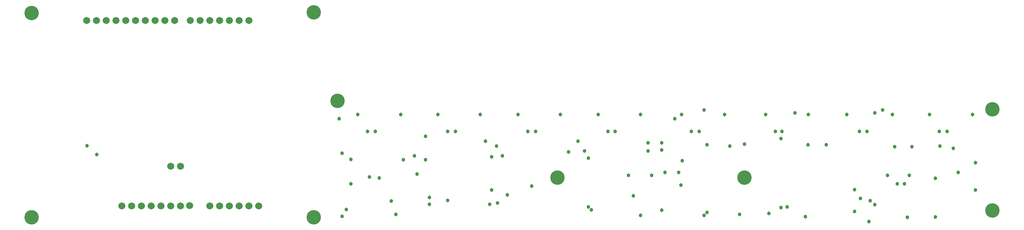
<source format=gbr>
G04 DesignSpark PCB Gerber Version 11.0 Build 5877*
G04 #@! TF.Part,Single*
G04 #@! TF.FileFunction,Soldermask,Bot*
G04 #@! TF.FilePolarity,Negative*
%FSLAX35Y35*%
%MOIN*%
G04 #@! TA.AperFunction,ViaPad*
%ADD17C,0.03800*%
G04 #@! TA.AperFunction,WasherPad*
%ADD18C,0.07200*%
%ADD19C,0.14773*%
G04 #@! TD.AperFunction*
X0Y0D02*
D02*
D17*
X137630Y86750D03*
X147630Y77750D03*
X395734Y114250D03*
X398500Y14250D03*
Y79000D03*
X403000Y21500D03*
X407750Y47750D03*
Y72750D03*
X414500Y118750D03*
X424500Y101250D03*
X426500Y54750D03*
X432500Y101250D03*
X436500Y53750D03*
X449000Y30093D03*
X453500Y16500D03*
X458500Y118750D03*
X461250Y72250D03*
X472750Y76500D03*
X475250Y57750D03*
X484000Y72250D03*
Y96500D03*
X488000Y26750D03*
Y33750D03*
X496500Y118750D03*
X506500Y30750D03*
Y101250D03*
X514500D03*
X540000Y118750D03*
X545250Y91500D03*
X549500Y26750D03*
X551500Y41500D03*
Y75250D03*
X556500Y86250D03*
X557750Y28016D03*
X562500Y76500D03*
X567750Y36500D03*
X578500Y118750D03*
X588500Y101250D03*
X592750Y45250D03*
X596500Y101250D03*
X622000Y118750D03*
X630250Y80250D03*
X640000Y91250D03*
X646500Y81500D03*
X650500Y24018D03*
Y74000D03*
X653500Y21018D03*
X660500Y118750D03*
X670500Y101250D03*
X678000D03*
X691500Y56500D03*
X696500Y35250D03*
X704000Y15250D03*
Y118750D03*
X711500Y81500D03*
Y89750D03*
X715250Y56500D03*
X725500Y20750D03*
Y82250D03*
Y89750D03*
X729079Y59250D03*
X738921Y114250D03*
X743000Y59250D03*
X745250Y46500D03*
X746000Y118750D03*
X746500Y71500D03*
X756000Y101250D03*
X764000D03*
X769000Y15250D03*
Y123250D03*
X772000Y18250D03*
Y87750D03*
X790000Y118750D03*
X795250Y86500D03*
X805250Y16500D03*
X810250Y88250D03*
X832000Y118750D03*
X835250Y17250D03*
X842000Y101250D03*
X847750Y23250D03*
Y94000D03*
X848500Y101250D03*
X854000Y24070D03*
X862000Y120250D03*
X872750Y14000D03*
X875250Y87750D03*
X875500Y118750D03*
X894000Y87750D03*
X915000Y118750D03*
X923000Y19250D03*
Y41750D03*
X928000Y101250D03*
X929000Y32750D03*
X935500Y101250D03*
X937750Y9000D03*
X939000Y30250D03*
X943500Y26250D03*
Y120250D03*
X951500Y123250D03*
X956500Y56500D03*
X961500Y118750D03*
X964000Y85750D03*
X966500Y47750D03*
X974000D03*
X977000Y13250D03*
X979000Y56500D03*
X981500Y85750D03*
X999500Y118750D03*
X1005500Y13750D03*
Y53250D03*
X1009500Y101250D03*
X1010250Y86500D03*
X1017500Y101250D03*
X1024000Y84000D03*
X1029000Y59250D03*
X1043500Y118750D03*
X1046500Y41250D03*
Y69250D03*
D02*
D18*
X137390Y215239D03*
X147390Y215240D03*
X157388Y215239D03*
X167388D03*
X173215Y25152D03*
X177388Y215239D03*
X183215Y25152D03*
X187388Y215239D03*
X193215Y25152D03*
X197388Y215239D03*
X203215Y25152D03*
X207388Y215239D03*
X213215Y25152D03*
X217388Y215239D03*
X223213Y65652D03*
X223215Y25152D03*
X227388Y215239D03*
X233213Y65652D03*
X233215Y25152D03*
X242750Y25250D03*
X243215Y215152D03*
X253215D03*
X263215Y25152D03*
Y215152D03*
X273215Y25152D03*
Y215152D03*
X283215Y25152D03*
Y215152D03*
X293215Y25152D03*
Y215152D03*
X303215Y25152D03*
Y215152D03*
X313215Y25152D03*
D02*
D19*
X80927Y13417D03*
X80967Y222703D03*
X369512Y223262D03*
X369514Y13417D03*
X394000Y132750D03*
X619000Y54000D03*
X810250D03*
X1064000Y20250D03*
Y124000D03*
X0Y0D02*
M02*

</source>
